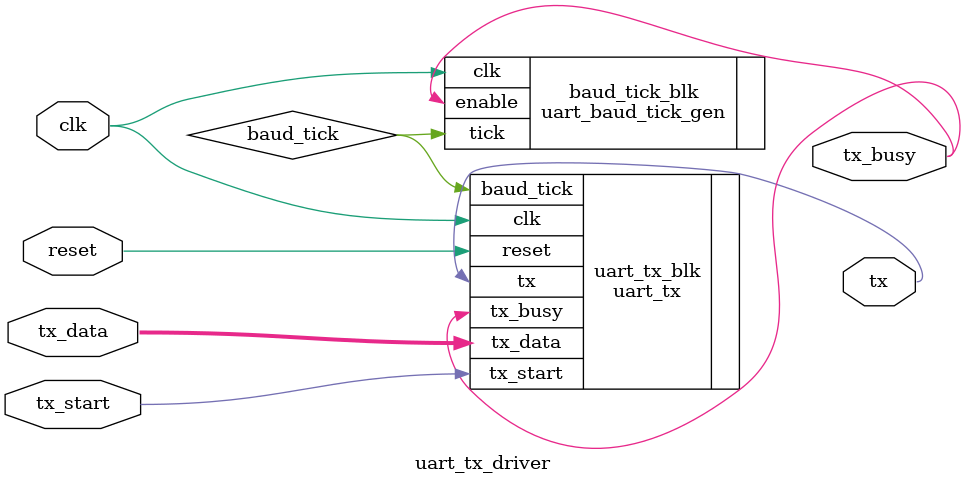
<source format=sv>
`timescale 1ns / 1ps


module uart_tx_driver(
    input clk,
	input reset,
    output tx,
	input tx_start,
	input [7:0] tx_data,
	output tx_busy
    );
    
    parameter CLK_FREQUENCY = 100000000;
    parameter BAUD_RATE = 115200;
    
    wire baud_tick;
    
    uart_baud_tick_gen #(.CLK_FREQUENCY(CLK_FREQUENCY), .BAUD_RATE(BAUD_RATE), .OVERSAMPLING(1))
    baud_tick_blk (
        .clk(clk),
        .enable(tx_busy),
        .tick(baud_tick)
    );
    
    uart_tx uart_tx_blk (
        .clk(clk),
        .reset(reset),
        .baud_tick(baud_tick),
        .tx(tx),
        .tx_start(tx_start),
        .tx_data(tx_data),
        .tx_busy(tx_busy)
    );
    
endmodule
</source>
